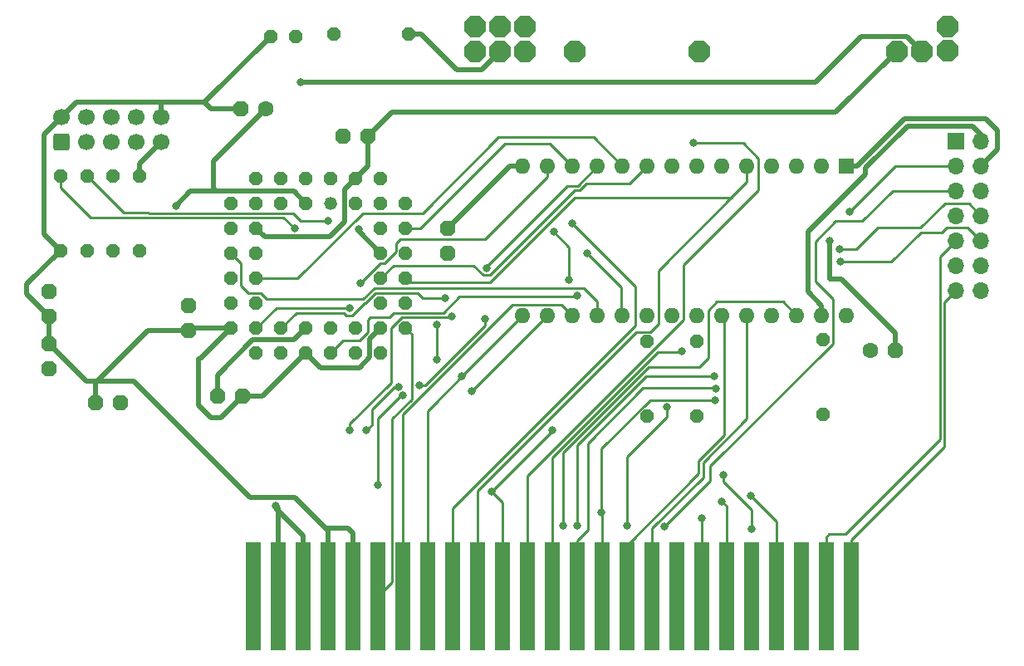
<source format=gbr>
%TF.GenerationSoftware,KiCad,Pcbnew,(6.0.7)*%
%TF.CreationDate,2022-11-17T13:34:52+00:00*%
%TF.ProjectId,msxpi,6d737870-692e-46b6-9963-61645f706362,rev?*%
%TF.SameCoordinates,Original*%
%TF.FileFunction,Copper,L2,Bot*%
%TF.FilePolarity,Positive*%
%FSLAX46Y46*%
G04 Gerber Fmt 4.6, Leading zero omitted, Abs format (unit mm)*
G04 Created by KiCad (PCBNEW (6.0.7)) date 2022-11-17 13:34:52*
%MOMM*%
%LPD*%
G01*
G04 APERTURE LIST*
G04 Aperture macros list*
%AMRoundRect*
0 Rectangle with rounded corners*
0 $1 Rounding radius*
0 $2 $3 $4 $5 $6 $7 $8 $9 X,Y pos of 4 corners*
0 Add a 4 corners polygon primitive as box body*
4,1,4,$2,$3,$4,$5,$6,$7,$8,$9,$2,$3,0*
0 Add four circle primitives for the rounded corners*
1,1,$1+$1,$2,$3*
1,1,$1+$1,$4,$5*
1,1,$1+$1,$6,$7*
1,1,$1+$1,$8,$9*
0 Add four rect primitives between the rounded corners*
20,1,$1+$1,$2,$3,$4,$5,0*
20,1,$1+$1,$4,$5,$6,$7,0*
20,1,$1+$1,$6,$7,$8,$9,0*
20,1,$1+$1,$8,$9,$2,$3,0*%
%AMOutline5P*
0 Free polygon, 5 corners , with rotation*
0 The origin of the aperture is its center*
0 number of corners: always 5*
0 $1 to $10 corner X, Y*
0 $11 Rotation angle, in degrees counterclockwise*
0 create outline with 5 corners*
4,1,5,$1,$2,$3,$4,$5,$6,$7,$8,$9,$10,$1,$2,$11*%
%AMOutline6P*
0 Free polygon, 6 corners , with rotation*
0 The origin of the aperture is its center*
0 number of corners: always 6*
0 $1 to $12 corner X, Y*
0 $13 Rotation angle, in degrees counterclockwise*
0 create outline with 6 corners*
4,1,6,$1,$2,$3,$4,$5,$6,$7,$8,$9,$10,$11,$12,$1,$2,$13*%
%AMOutline7P*
0 Free polygon, 7 corners , with rotation*
0 The origin of the aperture is its center*
0 number of corners: always 7*
0 $1 to $14 corner X, Y*
0 $15 Rotation angle, in degrees counterclockwise*
0 create outline with 7 corners*
4,1,7,$1,$2,$3,$4,$5,$6,$7,$8,$9,$10,$11,$12,$13,$14,$1,$2,$15*%
%AMOutline8P*
0 Free polygon, 8 corners , with rotation*
0 The origin of the aperture is its center*
0 number of corners: always 8*
0 $1 to $16 corner X, Y*
0 $17 Rotation angle, in degrees counterclockwise*
0 create outline with 8 corners*
4,1,8,$1,$2,$3,$4,$5,$6,$7,$8,$9,$10,$11,$12,$13,$14,$15,$16,$1,$2,$17*%
G04 Aperture macros list end*
%TA.AperFunction,ComponentPad*%
%ADD10Outline8P,-1.079500X0.447144X-0.447144X1.079500X0.447144X1.079500X1.079500X0.447144X1.079500X-0.447144X0.447144X-1.079500X-0.447144X-1.079500X-1.079500X-0.447144X0.000000*%
%TD*%
%TA.AperFunction,ComponentPad*%
%ADD11C,1.700000*%
%TD*%
%TA.AperFunction,ComponentPad*%
%ADD12RoundRect,0.250000X0.600000X-0.600000X0.600000X0.600000X-0.600000X0.600000X-0.600000X-0.600000X0*%
%TD*%
%TA.AperFunction,ConnectorPad*%
%ADD13R,1.500000X11.000000*%
%TD*%
%TA.AperFunction,ComponentPad*%
%ADD14Outline8P,-0.660400X0.273547X-0.273547X0.660400X0.273547X0.660400X0.660400X0.273547X0.660400X-0.273547X0.273547X-0.660400X-0.273547X-0.660400X-0.660400X-0.273547X270.000000*%
%TD*%
%TA.AperFunction,ComponentPad*%
%ADD15Outline8P,-0.800100X0.331412X-0.331412X0.800100X0.331412X0.800100X0.800100X0.331412X0.800100X-0.331412X0.331412X-0.800100X-0.331412X-0.800100X-0.800100X-0.331412X180.000000*%
%TD*%
%TA.AperFunction,ComponentPad*%
%ADD16Outline8P,-0.800100X0.331412X-0.331412X0.800100X0.331412X0.800100X0.800100X0.331412X0.800100X-0.331412X0.331412X-0.800100X-0.331412X-0.800100X-0.800100X-0.331412X90.000000*%
%TD*%
%TA.AperFunction,ComponentPad*%
%ADD17Outline8P,-0.660400X0.273547X-0.273547X0.660400X0.273547X0.660400X0.660400X0.273547X0.660400X-0.273547X0.273547X-0.660400X-0.273547X-0.660400X-0.660400X-0.273547X90.000000*%
%TD*%
%TA.AperFunction,ComponentPad*%
%ADD18Outline8P,-0.660400X0.273547X-0.273547X0.660400X0.273547X0.660400X0.660400X0.273547X0.660400X-0.273547X0.273547X-0.660400X-0.273547X-0.660400X-0.660400X-0.273547X0.000000*%
%TD*%
%TA.AperFunction,ComponentPad*%
%ADD19C,1.600200*%
%TD*%
%TA.AperFunction,ComponentPad*%
%ADD20Outline8P,-0.800100X0.331412X-0.331412X0.800100X0.331412X0.800100X0.800100X0.331412X0.800100X-0.331412X0.331412X-0.800100X-0.331412X-0.800100X-0.800100X-0.331412X0.000000*%
%TD*%
%TA.AperFunction,ComponentPad*%
%ADD21R,1.700000X1.700000*%
%TD*%
%TA.AperFunction,ComponentPad*%
%ADD22O,1.700000X1.700000*%
%TD*%
%TA.AperFunction,ComponentPad*%
%ADD23Outline8P,-0.800100X0.331412X-0.331412X0.800100X0.331412X0.800100X0.800100X0.331412X0.800100X-0.331412X0.331412X-0.800100X-0.331412X-0.800100X-0.800100X-0.331412X270.000000*%
%TD*%
%TA.AperFunction,ComponentPad*%
%ADD24R,1.600000X1.600000*%
%TD*%
%TA.AperFunction,ComponentPad*%
%ADD25O,1.600000X1.600000*%
%TD*%
%TA.AperFunction,ComponentPad*%
%ADD26Outline8P,-0.660400X0.273547X-0.273547X0.660400X0.273547X0.660400X0.660400X0.273547X0.660400X-0.273547X0.273547X-0.660400X-0.273547X-0.660400X-0.660400X-0.273547X180.000000*%
%TD*%
%TA.AperFunction,ComponentPad*%
%ADD27C,1.320800*%
%TD*%
%TA.AperFunction,ViaPad*%
%ADD28C,0.800000*%
%TD*%
%TA.AperFunction,Conductor*%
%ADD29C,0.250000*%
%TD*%
%TA.AperFunction,Conductor*%
%ADD30C,0.500000*%
%TD*%
G04 APERTURE END LIST*
D10*
%TO.P,MOUNTHOLE5,1,P*%
%TO.N,unconnected-(MOUNTHOLE5-Pad1)*%
X194437000Y-72999600D03*
%TD*%
%TO.P,MOUNTHOLE4,1,P*%
%TO.N,unconnected-(MOUNTHOLE4-Pad1)*%
X194437000Y-75514200D03*
%TD*%
%TO.P,MOUNTHOLE3,1,P*%
%TO.N,unconnected-(MOUNTHOLE3-Pad1)*%
X151384000Y-73025000D03*
%TD*%
%TO.P,MOUNTHOLE2,1,P*%
%TO.N,unconnected-(MOUNTHOLE2-Pad1)*%
X148818600Y-73025000D03*
%TD*%
%TO.P,MOUNTHOLE1,1,P*%
%TO.N,unconnected-(MOUNTHOLE1-Pad1)*%
X146304000Y-73025000D03*
%TD*%
D11*
%TO.P,JP2,10,10*%
%TO.N,GNDREF*%
X114274600Y-82278500D03*
%TO.P,JP2,9,9*%
%TO.N,TDI*%
X114274600Y-84818500D03*
%TO.P,JP2,8,8*%
%TO.N,unconnected-(JP2-Pad8)*%
X111734600Y-82278500D03*
%TO.P,JP2,7,7*%
%TO.N,unconnected-(JP2-Pad7)*%
X111734600Y-84818500D03*
%TO.P,JP2,6,6*%
%TO.N,unconnected-(JP2-Pad6)*%
X109194600Y-82278500D03*
%TO.P,JP2,5,5*%
%TO.N,TMS*%
X109194600Y-84818500D03*
%TO.P,JP2,4,4*%
%TO.N,+5V*%
X106654600Y-82278500D03*
%TO.P,JP2,3,3*%
%TO.N,TDO*%
X106654600Y-84818500D03*
%TO.P,JP2,2,2*%
%TO.N,GNDREF*%
X104114600Y-82278500D03*
D12*
%TO.P,JP2,1,1*%
%TO.N,TCK*%
X104114600Y-84818500D03*
%TD*%
D13*
%TO.P,JP1,1,~{CS1}*%
%TO.N,{slash}CS1*%
X184610025Y-131114405D03*
%TO.P,JP1,3,~{CS12}*%
%TO.N,{slash}CS12*%
X182070025Y-131114405D03*
%TO.P,JP1,5,RES@1*%
%TO.N,unconnected-(JP1-Pad5)*%
X179530025Y-131114405D03*
%TO.P,JP1,7,~{WAIT}*%
%TO.N,{slash}WAIT*%
X176990025Y-131114405D03*
%TO.P,JP1,9,~{M1}*%
%TO.N,{slash}M1*%
X174450025Y-131114405D03*
%TO.P,JP1,11,~{IORQ}*%
%TO.N,{slash}IORQ*%
X171910025Y-131114405D03*
%TO.P,JP1,13,~{WR}*%
%TO.N,{slash}WR*%
X169370025Y-131114405D03*
%TO.P,JP1,15,~{RESET}*%
%TO.N,{slash}RESET*%
X166830025Y-131114405D03*
%TO.P,JP1,17,A9*%
%TO.N,A9*%
X164290025Y-131114405D03*
%TO.P,JP1,19,A11*%
%TO.N,A11*%
X161750025Y-131114405D03*
%TO.P,JP1,21,A7*%
%TO.N,A7*%
X159210025Y-131114405D03*
%TO.P,JP1,23,A12*%
%TO.N,A12*%
X156670025Y-131114405D03*
%TO.P,JP1,25,A14*%
%TO.N,A14*%
X154130025Y-131114405D03*
%TO.P,JP1,27,A1*%
%TO.N,A1*%
X151590025Y-131114405D03*
%TO.P,JP1,29,A3*%
%TO.N,A3*%
X149050025Y-131114405D03*
%TO.P,JP1,31,A5*%
%TO.N,A5*%
X146510025Y-131114405D03*
%TO.P,JP1,33,D1*%
%TO.N,D1*%
X143970025Y-131114405D03*
%TO.P,JP1,35,D3*%
%TO.N,D3*%
X141430025Y-131114405D03*
%TO.P,JP1,37,D5*%
%TO.N,D5*%
X138890025Y-131114405D03*
%TO.P,JP1,39,D7*%
%TO.N,D7*%
X136350025Y-131114405D03*
%TO.P,JP1,41,GND@1*%
%TO.N,GNDREF*%
X133810025Y-131114405D03*
%TO.P,JP1,43,GND@2*%
X131270025Y-131114405D03*
%TO.P,JP1,45,+5V@1*%
%TO.N,+5V*%
X128730025Y-131114405D03*
%TO.P,JP1,47,+5V@2*%
X126190025Y-131114405D03*
%TO.P,JP1,49,SOUNDIN*%
%TO.N,unconnected-(JP1-Pad49)*%
X123650025Y-131114405D03*
%TD*%
D10*
%TO.P,SPI_MOSI_PI_GPIO1,1,P*%
%TO.N,SPI_MOSI*%
X151384000Y-75558457D03*
%TD*%
D14*
%TO.P,R5,1,1*%
%TO.N,{slash}MEM_WE*%
X181711600Y-104952800D03*
%TO.P,R5,2,2*%
%TO.N,+5V*%
X181711600Y-112572800D03*
%TD*%
D10*
%TO.P,+5V1,1,P*%
%TO.N,+5V*%
X191824942Y-75558457D03*
%TD*%
D15*
%TO.P,C8,1,1*%
%TO.N,GNDREF*%
X122555000Y-110744000D03*
%TO.P,C8,2,2*%
%TO.N,+3.3V*%
X120015000Y-110744000D03*
%TD*%
D16*
%TO.P,C1,1,1*%
%TO.N,+5V*%
X102870000Y-107950000D03*
%TO.P,C1,2,2*%
%TO.N,GNDREF*%
X102870000Y-105410000D03*
%TD*%
D17*
%TO.P,R3,1,1*%
%TO.N,+5V*%
X109347000Y-95885000D03*
%TO.P,R3,2,2*%
%TO.N,TMS*%
X109347000Y-88265000D03*
%TD*%
D18*
%TO.P,R8,1,1*%
%TO.N,Net-(LED1-PadA)*%
X131876800Y-73837800D03*
%TO.P,R8,2,2*%
%TO.N,SPI_CLK*%
X139496800Y-73837800D03*
%TD*%
D19*
%TO.P,C9,+,+*%
%TO.N,+5V*%
X186537600Y-106019600D03*
D20*
%TO.P,C9,-,-*%
%TO.N,GNDREF*%
X189077600Y-106019600D03*
%TD*%
D21*
%TO.P,J1,1,Pin_1*%
%TO.N,{slash}WR*%
X195321000Y-84704000D03*
D22*
%TO.P,J1,2,Pin_2*%
%TO.N,{slash}MEM_WE*%
X197861000Y-84704000D03*
%TO.P,J1,3,Pin_3*%
%TO.N,A14*%
X195321000Y-87244000D03*
%TO.P,J1,4,Pin_4*%
%TO.N,MEM_A14*%
X197861000Y-87244000D03*
%TO.P,J1,5,Pin_5*%
%TO.N,A15*%
X195321000Y-89784000D03*
%TO.P,J1,6,Pin_6*%
%TO.N,MEM_A14*%
X197861000Y-89784000D03*
%TO.P,J1,7,Pin_7*%
%TO.N,{slash}SLTSL*%
X195321000Y-92324000D03*
%TO.P,J1,8,Pin_8*%
%TO.N,{slash}MEM_CE*%
X197861000Y-92324000D03*
%TO.P,J1,9,Pin_9*%
%TO.N,{slash}CS12*%
X195321000Y-94864000D03*
%TO.P,J1,10,Pin_10*%
%TO.N,{slash}MEM_OE*%
X197861000Y-94864000D03*
%TO.P,J1,11,Pin_11*%
%TO.N,{slash}CS2*%
X195321000Y-97404000D03*
%TO.P,J1,12,Pin_12*%
%TO.N,{slash}MEM_OE*%
X197861000Y-97404000D03*
%TO.P,J1,13,Pin_13*%
%TO.N,{slash}CS1*%
X195321000Y-99944000D03*
%TO.P,J1,14,Pin_14*%
%TO.N,{slash}MEM_OE*%
X197861000Y-99944000D03*
%TD*%
D17*
%TO.P,R1,1,1*%
%TO.N,GNDREF*%
X104038400Y-95859600D03*
%TO.P,R1,2,2*%
%TO.N,TCK*%
X104038400Y-88239600D03*
%TD*%
D23*
%TO.P,C7,1,1*%
%TO.N,GNDREF*%
X143510000Y-93599000D03*
%TO.P,C7,2,2*%
%TO.N,+3.3V*%
X143510000Y-96139000D03*
%TD*%
D14*
%TO.P,R7,2,2*%
%TO.N,+5V*%
X163830000Y-112776000D03*
%TO.P,R7,1,1*%
%TO.N,{slash}MEM_CE*%
X163830000Y-105156000D03*
%TD*%
D24*
%TO.P,U1,1,A14*%
%TO.N,MEM_A14*%
X184150000Y-87249000D03*
D25*
%TO.P,U1,2,A12*%
%TO.N,A12*%
X181610000Y-87249000D03*
%TO.P,U1,3,A7*%
%TO.N,A7*%
X179070000Y-87249000D03*
%TO.P,U1,4,A6*%
%TO.N,A6*%
X176530000Y-87249000D03*
%TO.P,U1,5,A5*%
%TO.N,A5*%
X173990000Y-87249000D03*
%TO.P,U1,6,A4*%
%TO.N,A4*%
X171450000Y-87249000D03*
%TO.P,U1,7,A3*%
%TO.N,A3*%
X168910000Y-87249000D03*
%TO.P,U1,8,A2*%
%TO.N,A2*%
X166370000Y-87249000D03*
%TO.P,U1,9,A1*%
%TO.N,A1*%
X163830000Y-87249000D03*
%TO.P,U1,10,A0*%
%TO.N,A0*%
X161290000Y-87249000D03*
%TO.P,U1,11,D0*%
%TO.N,D0*%
X158750000Y-87249000D03*
%TO.P,U1,12,D1*%
%TO.N,D1*%
X156210000Y-87249000D03*
%TO.P,U1,13,D2*%
%TO.N,D2*%
X153670000Y-87249000D03*
%TO.P,U1,14,GND*%
%TO.N,GNDREF*%
X151130000Y-87249000D03*
%TO.P,U1,15,D3*%
%TO.N,D3*%
X151130000Y-102489000D03*
%TO.P,U1,16,D4*%
%TO.N,D4*%
X153670000Y-102489000D03*
%TO.P,U1,17,D5*%
%TO.N,D5*%
X156210000Y-102489000D03*
%TO.P,U1,18,D6*%
%TO.N,D6*%
X158750000Y-102489000D03*
%TO.P,U1,19,D7*%
%TO.N,D7*%
X161290000Y-102489000D03*
%TO.P,U1,20,~{CS}*%
%TO.N,{slash}MEM_CE*%
X163830000Y-102489000D03*
%TO.P,U1,21,A10*%
%TO.N,A10*%
X166370000Y-102489000D03*
%TO.P,U1,22,~{OE}*%
%TO.N,{slash}MEM_OE*%
X168910000Y-102489000D03*
%TO.P,U1,23,A11*%
%TO.N,A11*%
X171450000Y-102489000D03*
%TO.P,U1,24,A9*%
%TO.N,A9*%
X173990000Y-102489000D03*
%TO.P,U1,25,A8*%
%TO.N,A8*%
X176530000Y-102489000D03*
%TO.P,U1,26,A13*%
%TO.N,A13*%
X179070000Y-102489000D03*
%TO.P,U1,27,~{WE}*%
%TO.N,{slash}MEM_WE*%
X181610000Y-102489000D03*
%TO.P,U1,28,VCC*%
%TO.N,+5V*%
X184150000Y-102489000D03*
%TD*%
D26*
%TO.P,LED1,A,A*%
%TO.N,Net-(LED1-PadA)*%
X127952500Y-74041000D03*
%TO.P,LED1,K,C*%
%TO.N,GNDREF*%
X125412500Y-74041000D03*
%TD*%
D15*
%TO.P,C5,1,1*%
%TO.N,GNDREF*%
X135382000Y-84175600D03*
%TO.P,C5,2,2*%
%TO.N,+3.3V*%
X132842000Y-84175600D03*
%TD*%
D17*
%TO.P,R2,1,1*%
%TO.N,+5V*%
X106705400Y-95885000D03*
%TO.P,R2,2,2*%
%TO.N,TDO*%
X106705400Y-88265000D03*
%TD*%
D10*
%TO.P,GND5,1,P*%
%TO.N,GNDREF*%
X189284942Y-75558457D03*
%TD*%
D15*
%TO.P,C6,1,1*%
%TO.N,+5V*%
X110109000Y-111379000D03*
%TO.P,C6,2,2*%
%TO.N,GNDREF*%
X107569000Y-111379000D03*
%TD*%
D10*
%TO.P,SPI_MISO_PI_GPIO1,1,P*%
%TO.N,SPI_MISO*%
X156464000Y-75558457D03*
%TD*%
%TO.P,SPI_RDY_PI_GPIO1,1,P*%
%TO.N,SPI_RDY*%
X169164000Y-75558457D03*
%TD*%
D19*
%TO.P,C2,+,+*%
%TO.N,+3.3V*%
X124942600Y-81432400D03*
D15*
%TO.P,C2,-,-*%
%TO.N,GNDREF*%
X122402600Y-81432400D03*
%TD*%
D16*
%TO.P,C4,1,1*%
%TO.N,GNDREF*%
X117094000Y-104013000D03*
%TO.P,C4,2,2*%
%TO.N,+3.3V*%
X117094000Y-101473000D03*
%TD*%
D10*
%TO.P,SPI_CLK_PI_GPIO1,1,P*%
%TO.N,SPI_CLK*%
X148844000Y-75558457D03*
%TD*%
D14*
%TO.P,R6,2,2*%
%TO.N,+5V*%
X168910000Y-112725200D03*
%TO.P,R6,1,1*%
%TO.N,{slash}MEM_OE*%
X168910000Y-105105200D03*
%TD*%
D18*
%TO.P,EPM3064ALC44,44,OE1*%
%TO.N,unconnected-(EPM3064ALC44-Pad44)*%
X131572000Y-88519000D03*
%TO.P,EPM3064ALC44,43,GCLK1*%
%TO.N,unconnected-(EPM3064ALC44-Pad43)*%
X134112000Y-91059000D03*
%TO.P,EPM3064ALC44,42,GND@1*%
%TO.N,GNDREF*%
X134112000Y-88519000D03*
%TO.P,EPM3064ALC44,41,IO64*%
%TO.N,D5*%
X136652000Y-91059000D03*
%TO.P,EPM3064ALC44,40,IO62*%
%TO.N,SPI_RDY*%
X136652000Y-88519000D03*
%TO.P,EPM3064ALC44,39,IO57*%
%TO.N,D3*%
X139192000Y-91059000D03*
%TO.P,EPM3064ALC44,38,IO56/TDO*%
%TO.N,TDO*%
X136652000Y-93599000D03*
%TO.P,EPM3064ALC44,37,IO53*%
%TO.N,D1*%
X139192000Y-93599000D03*
%TO.P,EPM3064ALC44,36,GND@6*%
%TO.N,GNDREF*%
X136652000Y-96139000D03*
%TO.P,EPM3064ALC44,35,VCC@3*%
%TO.N,+3.3V*%
X139192000Y-96139000D03*
%TO.P,EPM3064ALC44,34,IO51*%
%TO.N,A1*%
X136652000Y-98679000D03*
%TO.P,EPM3064ALC44,33,IO49*%
%TO.N,A5*%
X139192000Y-98679000D03*
%TO.P,EPM3064ALC44,32,IO48/TCK*%
%TO.N,TCK*%
X136652000Y-101219000D03*
%TO.P,EPM3064ALC44,31,IO46*%
%TO.N,BUSDIR*%
X139192000Y-101219000D03*
%TO.P,EPM3064ALC44,30,GND@5*%
%TO.N,GNDREF*%
X136652000Y-103759000D03*
%TO.P,EPM3064ALC44,29,IO41*%
%TO.N,D7*%
X139192000Y-103759000D03*
%TO.P,EPM3064ALC44,28,IO40*%
%TO.N,{slash}WAIT*%
X136652000Y-106299000D03*
%TO.P,EPM3064ALC44,27,IO37*%
%TO.N,{slash}IORQ*%
X134112000Y-103759000D03*
%TO.P,EPM3064ALC44,26,IO36*%
%TO.N,{slash}RD*%
X134112000Y-106299000D03*
%TO.P,EPM3064ALC44,25,IO35*%
%TO.N,A3*%
X131572000Y-103759000D03*
%TO.P,EPM3064ALC44,24,IO33*%
%TO.N,A6*%
X131572000Y-106299000D03*
%TO.P,EPM3064ALC44,23,VCC@2*%
%TO.N,+3.3V*%
X129032000Y-103759000D03*
%TO.P,EPM3064ALC44,22,GND@4*%
%TO.N,GNDREF*%
X129032000Y-106299000D03*
%TO.P,EPM3064ALC44,21,IO17*%
%TO.N,A2*%
X126492000Y-103759000D03*
%TO.P,EPM3064ALC44,20,IO19*%
%TO.N,D0*%
X126492000Y-106299000D03*
%TO.P,EPM3064ALC44,19,IO20*%
%TO.N,D2*%
X123952000Y-103759000D03*
%TO.P,EPM3064ALC44,18,IO21*%
%TO.N,D4*%
X123952000Y-106299000D03*
%TO.P,EPM3064ALC44,17,GND@3*%
%TO.N,GNDREF*%
X121412000Y-103759000D03*
%TO.P,EPM3064ALC44,16,IO25*%
%TO.N,A4*%
X123952000Y-101219000D03*
%TO.P,EPM3064ALC44,15,VCC@1*%
%TO.N,+3.3V*%
X121412000Y-101219000D03*
%TO.P,EPM3064ALC44,14,IO30*%
%TO.N,A0*%
X123952000Y-98679000D03*
%TO.P,EPM3064ALC44,13,IO32/TMS*%
%TO.N,TMS*%
X121412000Y-98679000D03*
%TO.P,EPM3064ALC44,12,IO1*%
%TO.N,A7*%
X123952000Y-96139000D03*
%TO.P,EPM3064ALC44,11,IO3*%
%TO.N,D6*%
X121412000Y-96139000D03*
%TO.P,EPM3064ALC44,10,GND@2*%
%TO.N,GNDREF*%
X123952000Y-93599000D03*
%TO.P,EPM3064ALC44,9,IO4*%
%TO.N,SPI_CS*%
X121412000Y-93599000D03*
%TO.P,EPM3064ALC44,8,IO5*%
%TO.N,SPI_CLK*%
X123952000Y-91059000D03*
%TO.P,EPM3064ALC44,7,IO8/TDI*%
%TO.N,TDI*%
X121412000Y-91059000D03*
%TO.P,EPM3064ALC44,6,IO11*%
%TO.N,SPI_MOSI*%
X123952000Y-88519000D03*
%TO.P,EPM3064ALC44,5,IO14*%
%TO.N,{slash}WR*%
X126492000Y-91059000D03*
%TO.P,EPM3064ALC44,4,IO16*%
%TO.N,SPI_MISO*%
X126492000Y-88519000D03*
%TO.P,EPM3064ALC44,3,PD/_VCC*%
%TO.N,+3.3V*%
X129032000Y-91059000D03*
%TO.P,EPM3064ALC44,2,OE2-GCLK2*%
%TO.N,unconnected-(EPM3064ALC44-Pad2)*%
X129032000Y-88519000D03*
D27*
%TO.P,EPM3064ALC44,1,GCLR/*%
%TO.N,unconnected-(EPM3064ALC44-Pad1)*%
X131572000Y-91059000D03*
%TD*%
D17*
%TO.P,R4,1,1*%
%TO.N,+5V*%
X112090200Y-95935800D03*
%TO.P,R4,2,2*%
%TO.N,TDI*%
X112090200Y-88315800D03*
%TD*%
D23*
%TO.P,C3,1,1*%
%TO.N,+3.3V*%
X102870000Y-100076000D03*
%TO.P,C3,2,2*%
%TO.N,GNDREF*%
X102870000Y-102616000D03*
%TD*%
D10*
%TO.P,SPI_CS_PI_GPIO1,1,P*%
%TO.N,SPI_CS*%
X146304000Y-75558457D03*
%TD*%
D28*
%TO.N,D3*%
X144919700Y-108699300D03*
%TO.N,D5*%
X155879800Y-98831400D03*
X154279600Y-93980000D03*
%TO.N,D3*%
X142367000Y-106959400D03*
X142367000Y-103454200D03*
%TO.N,GNDREF*%
X134416800Y-93675200D03*
X182422800Y-94843600D03*
%TO.N,TDO*%
X131308204Y-92811600D03*
%TO.N,TCK*%
X127863600Y-93635300D03*
%TO.N,+3.3V*%
X115798600Y-91287600D03*
%TO.N,{slash}WAIT*%
X174345600Y-120853200D03*
%TO.N,{slash}WR*%
X169367200Y-123139200D03*
%TO.N,{slash}IORQ*%
X171450000Y-121462800D03*
%TO.N,D7*%
X157734000Y-96194700D03*
%TO.N,D4*%
X145897600Y-110185200D03*
X138940944Y-110648299D03*
X136391222Y-119742378D03*
%TO.N,D2*%
X134569200Y-99212400D03*
X133451600Y-101752400D03*
%TO.N,D1*%
X156159200Y-93065600D03*
%TO.N,D0*%
X147421600Y-97637600D03*
X143916400Y-102565200D03*
X133527800Y-114223800D03*
%TO.N,BUSDIR*%
X174498000Y-124256800D03*
X171602400Y-118769900D03*
%TO.N,A8*%
X170688000Y-108712000D03*
X156718000Y-123901200D03*
%TO.N,A7*%
X159156400Y-122580400D03*
X170738800Y-111099600D03*
%TO.N,A6*%
X156718000Y-100482400D03*
%TO.N,A4*%
X138493189Y-109751121D03*
X147320000Y-102819200D03*
X140589000Y-109626400D03*
X135204200Y-114223800D03*
%TO.N,A3*%
X147980400Y-120446800D03*
X154178000Y-114198400D03*
%TO.N,A2*%
X143205200Y-100711000D03*
%TO.N,A15*%
X165557200Y-124002800D03*
%TO.N,A14*%
X167386000Y-106172000D03*
X184454800Y-91948000D03*
%TO.N,A13*%
X155244800Y-123901200D03*
%TO.N,A12*%
X170789600Y-109931200D03*
%TO.N,A10*%
X165862000Y-111827300D03*
X161798000Y-123952000D03*
%TO.N,A1*%
X168554400Y-84886800D03*
%TO.N,+5V*%
X125984000Y-121920000D03*
X128473200Y-78689200D03*
%TO.N,{slash}MEM_OE*%
X183489600Y-96977200D03*
%TO.N,{slash}MEM_CE*%
X183438800Y-95758000D03*
%TD*%
D29*
%TO.N,D3*%
X151130000Y-102489000D02*
X144919700Y-108699300D01*
D30*
%TO.N,SPI_CLK*%
X146957857Y-77444600D02*
X148844000Y-75558457D01*
X140792200Y-73837800D02*
X144399000Y-77444600D01*
X139496800Y-73837800D02*
X140792200Y-73837800D01*
X144399000Y-77444600D02*
X146957857Y-77444600D01*
D29*
%TO.N,D5*%
X155879800Y-95580200D02*
X154279600Y-93980000D01*
X155879800Y-98831400D02*
X155879800Y-95580200D01*
%TO.N,D7*%
X161188400Y-102387400D02*
X161290000Y-102489000D01*
X161188400Y-99649100D02*
X161188400Y-102387400D01*
X157734000Y-96194700D02*
X161188400Y-99649100D01*
%TO.N,A4*%
X147320000Y-103499078D02*
X147320000Y-102819200D01*
X141192678Y-109626400D02*
X147320000Y-103499078D01*
X140589000Y-109626400D02*
X141192678Y-109626400D01*
%TO.N,D3*%
X144919700Y-108699300D02*
X142087600Y-111531400D01*
X142367000Y-103454200D02*
X142367000Y-106959400D01*
%TO.N,A2*%
X128041400Y-102209600D02*
X126492000Y-103759000D01*
X132878969Y-102209600D02*
X128041400Y-102209600D01*
X133149969Y-102480600D02*
X132878969Y-102209600D01*
X133753231Y-102480600D02*
X133149969Y-102480600D01*
X135061722Y-101240400D02*
X134993431Y-101240400D01*
X136077722Y-100224400D02*
X135061722Y-101240400D01*
X140919200Y-100736400D02*
X140407200Y-100224400D01*
X140407200Y-100224400D02*
X136077722Y-100224400D01*
X143179800Y-100736400D02*
X140919200Y-100736400D01*
X134993431Y-101240400D02*
X133753231Y-102480600D01*
X143205200Y-100711000D02*
X143179800Y-100736400D01*
%TO.N,A6*%
X132842000Y-105029000D02*
X131572000Y-106299000D01*
X132842000Y-105003600D02*
X132842000Y-105029000D01*
X134467600Y-105003600D02*
X132842000Y-105003600D01*
X134518400Y-105054400D02*
X134467600Y-105003600D01*
X135382000Y-104190800D02*
X134518400Y-105054400D01*
X135636000Y-102666800D02*
X135382000Y-102920800D01*
X135382000Y-102920800D02*
X135382000Y-104190800D01*
X137515600Y-102666800D02*
X135636000Y-102666800D01*
X143078200Y-102209600D02*
X137972800Y-102209600D01*
X144703800Y-100584000D02*
X143078200Y-102209600D01*
X137972800Y-102209600D02*
X137515600Y-102666800D01*
X156616400Y-100584000D02*
X144703800Y-100584000D01*
X156718000Y-100482400D02*
X156616400Y-100584000D01*
D30*
%TO.N,GNDREF*%
X102344544Y-94165744D02*
X104038400Y-95859600D01*
X102344544Y-84048556D02*
X102344544Y-94165744D01*
X104114600Y-82278500D02*
X102344544Y-84048556D01*
X100584000Y-99314000D02*
X104038400Y-95859600D01*
X100584000Y-100330000D02*
X100584000Y-99314000D01*
D29*
%TO.N,TDO*%
X127711200Y-92049600D02*
X113009831Y-92049600D01*
X128473200Y-92811600D02*
X127711200Y-92049600D01*
X112976031Y-92015800D02*
X110456200Y-92015800D01*
X110456200Y-92015800D02*
X106705400Y-88265000D01*
X131308204Y-92811600D02*
X128473200Y-92811600D01*
X113009831Y-92049600D02*
X112976031Y-92015800D01*
%TO.N,TCK*%
X104038400Y-89458800D02*
X104038400Y-88239600D01*
X107109800Y-92530200D02*
X104038400Y-89458800D01*
X126758500Y-92530200D02*
X107109800Y-92530200D01*
X127863600Y-93635300D02*
X126758500Y-92530200D01*
D30*
%TO.N,TDI*%
X112090200Y-87020400D02*
X112090200Y-88315800D01*
X114274600Y-84836000D02*
X112090200Y-87020400D01*
X114274600Y-84818500D02*
X114274600Y-84836000D01*
%TO.N,GNDREF*%
X114274600Y-80822800D02*
X114223800Y-80772000D01*
X114223800Y-80772000D02*
X118681500Y-80772000D01*
X114274600Y-82278500D02*
X114274600Y-80822800D01*
X105621100Y-80772000D02*
X114223800Y-80772000D01*
X118681500Y-80772000D02*
X118687850Y-80765650D01*
X104114600Y-82278500D02*
X105621100Y-80772000D01*
X102870000Y-102616000D02*
X100584000Y-100330000D01*
%TO.N,+3.3V*%
X115798600Y-91287600D02*
X117257072Y-89829128D01*
X117257072Y-89829128D02*
X119953528Y-89829128D01*
%TO.N,GNDREF*%
X118687850Y-80765650D02*
X119354600Y-81432400D01*
X119354600Y-81432400D02*
X122402600Y-81432400D01*
X118687850Y-80765650D02*
X125412500Y-74041000D01*
%TO.N,+3.3V*%
X124942600Y-81432400D02*
X119634000Y-86741000D01*
X119634000Y-86741000D02*
X119634000Y-89509600D01*
X119634000Y-89509600D02*
X119953528Y-89829128D01*
%TO.N,+5V*%
X181000400Y-78689200D02*
X128473200Y-78689200D01*
X185663843Y-74025757D02*
X181000400Y-78689200D01*
X191824942Y-75558457D02*
X190292242Y-74025757D01*
X190292242Y-74025757D02*
X185663843Y-74025757D01*
%TO.N,GNDREF*%
X117348000Y-103759000D02*
X117094000Y-104013000D01*
X133810025Y-131114405D02*
X133810025Y-124666025D01*
X133810025Y-124666025D02*
X133350000Y-124206000D01*
X135382000Y-87249000D02*
X134112000Y-88519000D01*
X107442000Y-109220000D02*
X106680000Y-109220000D01*
X119380000Y-112903000D02*
X120396000Y-112903000D01*
X182422800Y-98737900D02*
X182422800Y-94843600D01*
X135538400Y-104872600D02*
X136652000Y-103759000D01*
X135382000Y-87249000D02*
X135382000Y-84175600D01*
X134416800Y-93675200D02*
X134416800Y-93903800D01*
X183055399Y-81788000D02*
X137769600Y-81788000D01*
X123352800Y-121066800D02*
X111506000Y-109220000D01*
X132994400Y-92964000D02*
X132994400Y-89636600D01*
X135538400Y-106760270D02*
X135538400Y-104872600D01*
X131064000Y-124206000D02*
X127924800Y-121066800D01*
X118237000Y-106934000D02*
X118110000Y-106934000D01*
X106680000Y-109220000D02*
X102870000Y-105410000D01*
X124841000Y-94488000D02*
X131470400Y-94488000D01*
X127924800Y-121066800D02*
X123352800Y-121066800D01*
X131270025Y-124412025D02*
X131270025Y-131114405D01*
X111506000Y-109220000D02*
X107442000Y-109220000D01*
X133350000Y-124206000D02*
X131064000Y-124206000D01*
X151130000Y-87249000D02*
X149860000Y-87249000D01*
X134416800Y-93903800D02*
X136652000Y-96139000D01*
X112903000Y-104013000D02*
X107569000Y-109347000D01*
X189077600Y-104241600D02*
X183573900Y-98737900D01*
X107569000Y-109347000D02*
X107442000Y-109220000D01*
X137769600Y-81788000D02*
X135382000Y-84175600D01*
X149860000Y-87249000D02*
X143510000Y-93599000D01*
X118110000Y-106934000D02*
X118110000Y-111633000D01*
X131270025Y-124253975D02*
X131270025Y-124412025D01*
X189284942Y-75558457D02*
X183055399Y-81788000D01*
X107569000Y-111379000D02*
X107569000Y-109347000D01*
X121412000Y-103759000D02*
X118237000Y-106934000D01*
X129032000Y-106299000D02*
X130530600Y-107797600D01*
X117094000Y-104013000D02*
X112903000Y-104013000D01*
X130530600Y-107797600D02*
X134501070Y-107797600D01*
X120396000Y-112903000D02*
X122555000Y-110744000D01*
X122555000Y-110744000D02*
X124587000Y-110744000D01*
X124587000Y-110744000D02*
X129032000Y-106299000D01*
X131064000Y-124206000D02*
X131270025Y-124412025D01*
X102870000Y-102616000D02*
X102870000Y-105410000D01*
X131470400Y-94488000D02*
X132994400Y-92964000D01*
X121412000Y-103759000D02*
X117348000Y-103759000D01*
X189077600Y-106019600D02*
X189077600Y-104241600D01*
X118110000Y-111633000D02*
X119380000Y-112903000D01*
X132994400Y-89636600D02*
X134112000Y-88519000D01*
X134501070Y-107797600D02*
X135538400Y-106760270D01*
X123952000Y-93599000D02*
X124841000Y-94488000D01*
X183573900Y-98737900D02*
X182422800Y-98737900D01*
%TO.N,+3.3V*%
X123611128Y-104988872D02*
X120015000Y-108585000D01*
X127802128Y-89829128D02*
X119953528Y-89829128D01*
X127802128Y-104988872D02*
X123611128Y-104988872D01*
X129032000Y-91059000D02*
X127802128Y-89829128D01*
X129032000Y-103759000D02*
X127802128Y-104988872D01*
X120015000Y-108585000D02*
X120015000Y-110744000D01*
D29*
%TO.N,{slash}WAIT*%
X174345600Y-120853200D02*
X176990025Y-123497625D01*
X176990025Y-123497625D02*
X176990025Y-131114405D01*
%TO.N,{slash}WR*%
X169367200Y-123139200D02*
X169370025Y-123142025D01*
X169370025Y-123142025D02*
X169370025Y-131114405D01*
%TO.N,{slash}IORQ*%
X171910025Y-121922825D02*
X171910025Y-131114405D01*
X171450000Y-121462800D02*
X171910025Y-121922825D01*
%TO.N,D7*%
X137811825Y-113007253D02*
X139801600Y-111017478D01*
X136350025Y-131114405D02*
X137811825Y-129652605D01*
X139801600Y-111017478D02*
X139801600Y-104368600D01*
X137811825Y-129652605D02*
X137811825Y-113007253D01*
X139801600Y-104368600D02*
X139192000Y-103759000D01*
%TO.N,D6*%
X157378400Y-99669600D02*
X158750000Y-101041200D01*
X135991600Y-99669600D02*
X157378400Y-99669600D01*
X134874000Y-100787200D02*
X135991600Y-99669600D01*
X123141200Y-100230400D02*
X124462000Y-100230400D01*
X122400600Y-99489800D02*
X123141200Y-100230400D01*
X125018800Y-100787200D02*
X134874000Y-100787200D01*
X121412000Y-96139000D02*
X122400600Y-97127600D01*
X124462000Y-100230400D02*
X125018800Y-100787200D01*
X122400600Y-97127600D02*
X122400600Y-99489800D01*
X158750000Y-101041200D02*
X158750000Y-102489000D01*
%TO.N,D5*%
X138890025Y-112569975D02*
X138890025Y-131114405D01*
X155081800Y-101360800D02*
X150099200Y-101360800D01*
X156210000Y-102489000D02*
X155081800Y-101360800D01*
X150099200Y-101360800D02*
X138890025Y-112569975D01*
%TO.N,D4*%
X138940944Y-110648299D02*
X138728901Y-110648299D01*
X138728901Y-110648299D02*
X136391222Y-112985978D01*
X145973800Y-110185200D02*
X153670000Y-102489000D01*
X145897600Y-110185200D02*
X145973800Y-110185200D01*
X136391222Y-112985978D02*
X136391222Y-119742378D01*
%TO.N,D3*%
X142087600Y-111531400D02*
X142087600Y-111556800D01*
X141430025Y-112214375D02*
X141430025Y-131114405D01*
X142087600Y-111556800D02*
X141430025Y-112214375D01*
%TO.N,D2*%
X126009400Y-101701600D02*
X123952000Y-103759000D01*
X138203400Y-95985692D02*
X137061492Y-97127600D01*
X138203400Y-95121000D02*
X138203400Y-95985692D01*
X138647900Y-94727300D02*
X138254200Y-95121000D01*
X153670000Y-88380370D02*
X147323070Y-94727300D01*
X153670000Y-87249000D02*
X153670000Y-88380370D01*
X137061492Y-97127600D02*
X136654000Y-97127600D01*
X133451600Y-101752400D02*
X133400800Y-101701600D01*
X133400800Y-101701600D02*
X126009400Y-101701600D01*
X147323070Y-94727300D02*
X138647900Y-94727300D01*
X136654000Y-97127600D02*
X134569200Y-99212400D01*
X138254200Y-95121000D02*
X138203400Y-95121000D01*
%TO.N,D1*%
X156210000Y-87249000D02*
X153898600Y-84937600D01*
X162616799Y-103524401D02*
X162616799Y-101848001D01*
X140690600Y-93599000D02*
X139192000Y-93599000D01*
X143970025Y-131114405D02*
X143970025Y-122171175D01*
X162204400Y-103936800D02*
X162616799Y-103524401D01*
X153898600Y-84937600D02*
X149352000Y-84937600D01*
X162616799Y-99523199D02*
X156159200Y-93065600D01*
X149352000Y-84937600D02*
X140690600Y-93599000D01*
X162616799Y-101848001D02*
X162616799Y-99523199D01*
X143970025Y-122171175D02*
X162204400Y-103936800D01*
%TO.N,D0*%
X137718800Y-109321600D02*
X133527800Y-113512600D01*
X147421600Y-97637600D02*
X147421600Y-97485200D01*
X137718800Y-103733600D02*
X137718800Y-109321600D01*
X143916400Y-102565200D02*
X143818800Y-102662800D01*
X147421600Y-97485200D02*
X155651200Y-89255600D01*
X143818800Y-102662800D02*
X138789600Y-102662800D01*
X138789600Y-102662800D02*
X137718800Y-103733600D01*
X133527800Y-113512600D02*
X133527800Y-114223800D01*
X156743400Y-89255600D02*
X158750000Y-87249000D01*
X155651200Y-89255600D02*
X156743400Y-89255600D01*
%TO.N,{slash}CS1*%
X194106800Y-115874800D02*
X184607200Y-125374400D01*
X194106800Y-101158200D02*
X194106800Y-115874800D01*
X195321000Y-99944000D02*
X194106800Y-101158200D01*
X184607200Y-125374400D02*
X184607200Y-131111580D01*
X184607200Y-131111580D02*
X184610025Y-131114405D01*
%TO.N,BUSDIR*%
X174498000Y-122326400D02*
X171602400Y-119430800D01*
X174498000Y-124256800D02*
X174498000Y-122326400D01*
X171602400Y-119430800D02*
X171602400Y-118769900D01*
%TO.N,A9*%
X169519600Y-118973600D02*
X169519600Y-117500400D01*
X164290025Y-124203175D02*
X169519600Y-118973600D01*
X173990000Y-113030000D02*
X173990000Y-102489000D01*
X164290025Y-131114405D02*
X164290025Y-124203175D01*
X169519600Y-117500400D02*
X173990000Y-113030000D01*
%TO.N,A8*%
X156718000Y-115722400D02*
X156718000Y-123901200D01*
X163728400Y-108712000D02*
X156718000Y-115722400D01*
X170688000Y-108712000D02*
X163728400Y-108712000D01*
%TO.N,A7*%
X159156400Y-122580400D02*
X159210025Y-122634025D01*
X164108308Y-111099600D02*
X170738800Y-111099600D01*
X159156400Y-122580400D02*
X159156400Y-116051508D01*
X159156400Y-116051508D02*
X164108308Y-111099600D01*
X159210025Y-122634025D02*
X159210025Y-131114405D01*
%TO.N,A5*%
X146510025Y-131114405D02*
X146510025Y-120393175D01*
X156464000Y-90474800D02*
X147792826Y-99145974D01*
X147792826Y-99145974D02*
X139658974Y-99145974D01*
X164158200Y-104167400D02*
X164958200Y-103367400D01*
X172415200Y-90474800D02*
X156464000Y-90474800D01*
X173990000Y-88900000D02*
X172897800Y-89992200D01*
X164958200Y-97931800D02*
X172897800Y-89992200D01*
X162735800Y-104167400D02*
X164158200Y-104167400D01*
X139658974Y-99145974D02*
X139192000Y-98679000D01*
X164958200Y-103367400D02*
X164958200Y-97931800D01*
X173990000Y-87249000D02*
X173990000Y-88900000D01*
X146510025Y-120393175D02*
X162735800Y-104167400D01*
X172897800Y-89992200D02*
X172415200Y-90474800D01*
%TO.N,A4*%
X138102079Y-109751121D02*
X135788400Y-112064800D01*
X135788400Y-113639600D02*
X135204200Y-114223800D01*
X135788400Y-112064800D02*
X135788400Y-113639600D01*
X138493189Y-109751121D02*
X138102079Y-109751121D01*
%TO.N,A3*%
X147980400Y-120446800D02*
X154178000Y-114249200D01*
X149050025Y-121516425D02*
X147980400Y-120446800D01*
X149050025Y-131114405D02*
X149050025Y-121516425D01*
X154178000Y-114249200D02*
X154178000Y-114198400D01*
%TO.N,A15*%
X182738200Y-105348600D02*
X170230800Y-117856000D01*
X180949600Y-94945200D02*
X180949600Y-99060000D01*
X170230800Y-117856000D02*
X170230800Y-119329200D01*
X185761769Y-92862400D02*
X183032400Y-92862400D01*
X183032400Y-92862400D02*
X180949600Y-94945200D01*
X195321000Y-89784000D02*
X188840169Y-89784000D01*
X188840169Y-89784000D02*
X185761769Y-92862400D01*
X180949600Y-99060000D02*
X182738200Y-100848600D01*
X182738200Y-100848600D02*
X182738200Y-105348600D01*
X170230800Y-119329200D02*
X165557200Y-124002800D01*
%TO.N,A14*%
X164872638Y-106222800D02*
X154130025Y-116965413D01*
X167386000Y-106172000D02*
X167335200Y-106222800D01*
X184454800Y-91897200D02*
X189128400Y-87223600D01*
X184454800Y-91948000D02*
X184454800Y-91897200D01*
X154130025Y-116965413D02*
X154130025Y-131114405D01*
X167335200Y-106222800D02*
X164872638Y-106222800D01*
X189128400Y-87223600D02*
X195300600Y-87223600D01*
X195300600Y-87223600D02*
X195321000Y-87244000D01*
%TO.N,A13*%
X170942000Y-101092000D02*
X177673000Y-101092000D01*
X177673000Y-101092000D02*
X179070000Y-102489000D01*
X169113200Y-107746800D02*
X170078400Y-106781600D01*
X155244800Y-116491560D02*
X163989560Y-107746800D01*
X155244800Y-123901200D02*
X155244800Y-116491560D01*
X170078400Y-106781600D02*
X170078400Y-101955600D01*
X163989560Y-107746800D02*
X169113200Y-107746800D01*
X170078400Y-101955600D02*
X170942000Y-101092000D01*
%TO.N,A12*%
X156667200Y-126361580D02*
X156667200Y-125425200D01*
X157784800Y-124358400D02*
X157784800Y-115499722D01*
X157784800Y-115499722D02*
X163404122Y-109880400D01*
X163404122Y-109880400D02*
X170688000Y-109880400D01*
X156667200Y-125425200D02*
X157327600Y-124764800D01*
X157327600Y-124764800D02*
X157378400Y-124764800D01*
X156670025Y-131114405D02*
X156670025Y-126364405D01*
X156670025Y-126364405D02*
X156667200Y-126361580D01*
X157378400Y-124764800D02*
X157784800Y-124358400D01*
%TO.N,A11*%
X169062400Y-118618000D02*
X169062400Y-117316678D01*
X161750025Y-131114405D02*
X161750025Y-125930375D01*
X161750025Y-125930375D02*
X169062400Y-118618000D01*
X171704000Y-114675078D02*
X171704000Y-102743000D01*
X171704000Y-102743000D02*
X171450000Y-102489000D01*
X169062400Y-117316678D02*
X171704000Y-114675078D01*
%TO.N,A10*%
X165862000Y-112826800D02*
X161798000Y-116890800D01*
X161798000Y-116890800D02*
X161798000Y-123952000D01*
X165862000Y-111827300D02*
X165862000Y-112826800D01*
%TO.N,A1*%
X162026600Y-89052400D02*
X157587522Y-89052400D01*
X175158400Y-86461600D02*
X173583600Y-84886800D01*
X156931122Y-89708800D02*
X156417200Y-89708800D01*
X146137769Y-97383600D02*
X137947400Y-97383600D01*
X175158400Y-89712800D02*
X175158400Y-86461600D01*
X163830000Y-87249000D02*
X162026600Y-89052400D01*
X151590025Y-131114405D02*
X151590025Y-118864491D01*
X172161200Y-84886800D02*
X168554400Y-84886800D01*
X147119969Y-98365800D02*
X146137769Y-97383600D01*
X147760200Y-98365800D02*
X147119969Y-98365800D01*
X157587522Y-89052400D02*
X156931122Y-89708800D01*
X151590025Y-118864491D02*
X167498200Y-102956316D01*
X167498200Y-102956316D02*
X167498200Y-102565200D01*
X167498200Y-97373000D02*
X175158400Y-89712800D01*
X167498200Y-102565200D02*
X167498200Y-97373000D01*
X137947400Y-97383600D02*
X136652000Y-98679000D01*
X173583600Y-84886800D02*
X172161200Y-84886800D01*
X156417200Y-89708800D02*
X147760200Y-98365800D01*
%TO.N,A0*%
X134825200Y-92047600D02*
X140921200Y-92047600D01*
X158369000Y-84328000D02*
X161290000Y-87249000D01*
X128193800Y-98679000D02*
X134825200Y-92047600D01*
X123952000Y-98679000D02*
X128193800Y-98679000D01*
X148640800Y-84328000D02*
X158369000Y-84328000D01*
X140921200Y-92047600D02*
X148640800Y-84328000D01*
D30*
%TO.N,+5V*%
X125984000Y-121920000D02*
X126190025Y-122126025D01*
X125984000Y-122174000D02*
X125984000Y-121920000D01*
X126190025Y-122126025D02*
X126190025Y-131114405D01*
X128730025Y-131114405D02*
X128730025Y-124920025D01*
X128730025Y-124920025D02*
X125984000Y-122174000D01*
D29*
%TO.N,{slash}CS12*%
X184048400Y-124764800D02*
X182372000Y-124764800D01*
X195321000Y-94864000D02*
X193653600Y-96531400D01*
X182070025Y-125066775D02*
X182070025Y-131114405D01*
X182372000Y-124764800D02*
X182070025Y-125066775D01*
X193653600Y-115159600D02*
X184048400Y-124764800D01*
X193653600Y-96531400D02*
X193653600Y-115159600D01*
D30*
%TO.N,{slash}MEM_WE*%
X186080400Y-87426800D02*
X186080400Y-88087200D01*
X197861000Y-84704000D02*
X197861000Y-84069000D01*
X190347600Y-83159600D02*
X186080400Y-87426800D01*
X180238400Y-100076000D02*
X181610000Y-101447600D01*
X196951600Y-83159600D02*
X190347600Y-83159600D01*
X197861000Y-84069000D02*
X196951600Y-83159600D01*
X181610000Y-101447600D02*
X181610000Y-102489000D01*
X180238400Y-93929200D02*
X180238400Y-100076000D01*
X186080400Y-88087200D02*
X180238400Y-93929200D01*
D29*
%TO.N,{slash}MEM_OE*%
X196519800Y-93522800D02*
X197861000Y-94864000D01*
X183540400Y-97028000D02*
X188722000Y-97028000D01*
X194360800Y-93522800D02*
X196519800Y-93522800D01*
X191719200Y-94030800D02*
X193852800Y-94030800D01*
X193852800Y-94030800D02*
X194360800Y-93522800D01*
X188722000Y-97028000D02*
X191719200Y-94030800D01*
X183489600Y-96977200D02*
X183540400Y-97028000D01*
%TO.N,{slash}MEM_CE*%
X191694801Y-93547199D02*
X187326001Y-93547199D01*
X197861000Y-92324000D02*
X196621400Y-91084400D01*
X187326001Y-93547199D02*
X185115200Y-95758000D01*
X196621400Y-91084400D02*
X194157600Y-91084400D01*
X194157600Y-91084400D02*
X191694801Y-93547199D01*
X185115200Y-95758000D02*
X183438800Y-95758000D01*
D30*
%TO.N,MEM_A14*%
X199542400Y-85562600D02*
X197861000Y-87244000D01*
X199542400Y-83616800D02*
X199542400Y-85562600D01*
X198382000Y-82456400D02*
X199542400Y-83616800D01*
X184150000Y-87249000D02*
X185242200Y-87249000D01*
X185242200Y-87249000D02*
X190034800Y-82456400D01*
X190034800Y-82456400D02*
X198382000Y-82456400D01*
%TD*%
M02*

</source>
